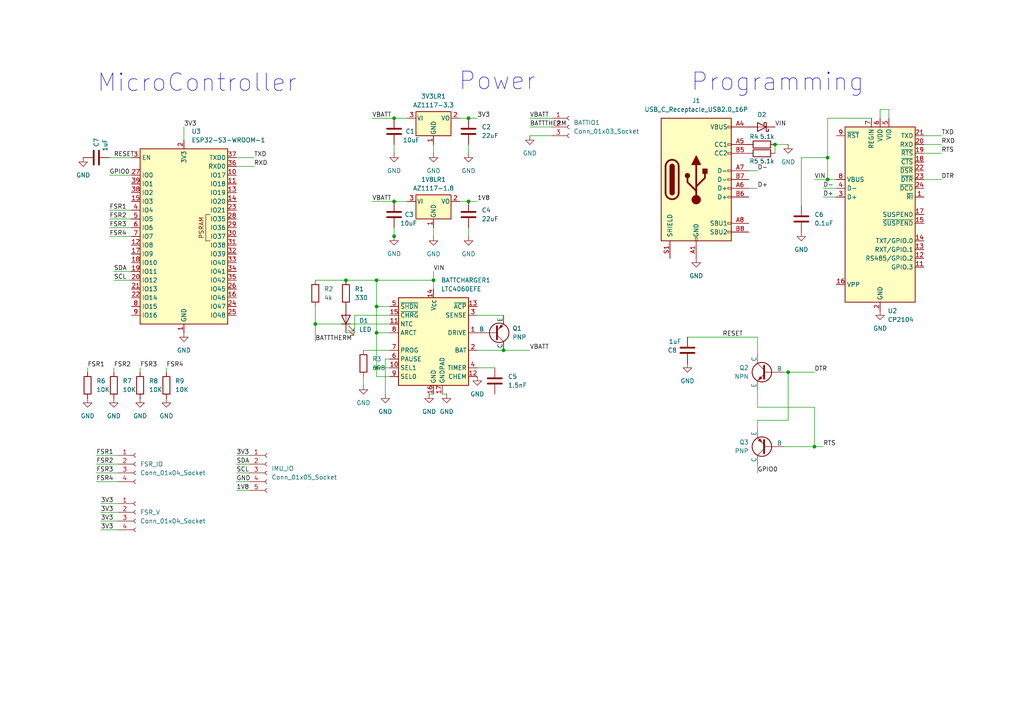
<source format=kicad_sch>
(kicad_sch (version 20231120) (generator "eeschema") (generator_version "8.0")
  (paper "A4")
  (lib_symbols
    (symbol "Battery_Management:LTC4060EFE"
      (property "Reference" "U" (at -8.382 13.97 0))
      (property "Value" "LTC4060EFE" (at 1.524 13.97 0))
      (symbol "LTC4060EFE_0_1"
        (rectangle (start -10.16 12.7) (end 10.16 -12.7) (stroke (width 0.254)) (fill (type background)))
      )
      (symbol "LTC4060EFE_1_1"
        (pin output line (at 12.7 2.54 180) (length 2.54) (name "DRIVE") (number "1"))
        (pin input line (at -12.7 -7.62 0) (length 2.54) (name "SEL1") (number "10"))
        (pin input line (at -12.7 5.08 0) (length 2.54) (name "NTC") (number "11"))
        (pin input line (at 12.7 -10.16 180) (length 2.54) (name "CHEM") (number "12"))
        (pin open_collector line (at 12.7 10.16 180) (length 2.54) (name "~{ACP}") (number "13"))
        (pin power_in line (at 0 15.24 270) (length 2.54) (name "V_{CC}") (number "14"))
        (pin open_collector line (at -12.7 7.62 0) (length 2.54) (name "~{CHRG}") (number "15"))
        (pin power_in line (at 0 -15.24 90) (length 2.54) (name "GND") (number "16"))
        (pin power_in line (at 2.54 -15.24 90) (length 2.54) (name "GNDPAD") (number "17"))
        (pin input line (at 12.7 -2.54 180) (length 2.54) (name "BAT") (number "2"))
        (pin input line (at 12.7 7.62 180) (length 2.54) (name "SENSE") (number "3"))
        (pin input line (at 12.7 -7.62 180) (length 2.54) (name "TIMER") (number "4"))
        (pin input line (at -12.7 10.16 0) (length 2.54) (name "~{SHDN}") (number "5"))
        (pin input line (at -12.7 -5.08 0) (length 2.54) (name "PAUSE") (number "6"))
        (pin input line (at -12.7 -2.54 0) (length 2.54) (name "PROG") (number "7"))
        (pin input line (at -12.7 2.54 0) (length 2.54) (name "ARCT") (number "8"))
        (pin input line (at -12.7 -10.16 0) (length 2.54) (name "SEL0") (number "9"))
      )
    )
    (symbol "Connector:Conn_01x03_Socket" (pin_names (offset 1.016) hide)
      (property "Reference" "J" (at 0 5.08 0))
      (property "Value" "Conn_01x03_Socket" (at 0 -5.08 0))
      (symbol "Conn_01x03_Socket_1_1"
        (arc (start 0 -2.032) (mid -0.5058 -2.54) (end 0 -3.048) (stroke (width 0.1524)))
        (polyline (pts (xy -1.27 -2.54) (xy -0.508 -2.54)) (stroke (width 0.1524)))
        (polyline (pts (xy -1.27 0) (xy -0.508 0)) (stroke (width 0.1524)))
        (polyline (pts (xy -1.27 2.54) (xy -0.508 2.54)) (stroke (width 0.1524)))
        (arc (start 0 0.508) (mid -0.5058 0) (end 0 -0.508) (stroke (width 0.1524)))
        (arc (start 0 3.048) (mid -0.5058 2.54) (end 0 2.032) (stroke (width 0.1524)))
        (pin passive line (at -5.08 2.54 0) (length 3.81) (name "Pin_1") (number "1"))
        (pin passive line (at -5.08 0 0) (length 3.81) (name "Pin_2") (number "2"))
        (pin passive line (at -5.08 -2.54 0) (length 3.81) (name "Pin_3") (number "3"))
      )
    )
    (symbol "Connector:Conn_01x04_Socket" (pin_names (offset 1.016) hide)
      (property "Reference" "J" (at 0 5.08 0))
      (property "Value" "Conn_01x04_Socket" (at 0 -7.62 0))
      (symbol "Conn_01x04_Socket_1_1"
        (arc (start 0 -4.572) (mid -0.5058 -5.08) (end 0 -5.588) (stroke (width 0.1524)))
        (arc (start 0 -2.032) (mid -0.5058 -2.54) (end 0 -3.048) (stroke (width 0.1524)))
        (polyline (pts (xy -1.27 -5.08) (xy -0.508 -5.08)) (stroke (width 0.1524)))
        (polyline (pts (xy -1.27 -2.54) (xy -0.508 -2.54)) (stroke (width 0.1524)))
        (polyline (pts (xy -1.27 0) (xy -0.508 0)) (stroke (width 0.1524)))
        (polyline (pts (xy -1.27 2.54) (xy -0.508 2.54)) (stroke (width 0.1524)))
        (arc (start 0 0.508) (mid -0.5058 0) (end 0 -0.508) (stroke (width 0.1524)))
        (arc (start 0 3.048) (mid -0.5058 2.54) (end 0 2.032) (stroke (width 0.1524)))
        (pin passive line (at -5.08 2.54 0) (length 3.81) (name "Pin_1") (number "1"))
        (pin passive line (at -5.08 0 0) (length 3.81) (name "Pin_2") (number "2"))
        (pin passive line (at -5.08 -2.54 0) (length 3.81) (name "Pin_3") (number "3"))
        (pin passive line (at -5.08 -5.08 0) (length 3.81) (name "Pin_4") (number "4"))
      )
    )
    (symbol "Connector:Conn_01x05_Socket" (pin_names (offset 1.016) hide)
      (property "Reference" "J" (at 0 7.62 0))
      (property "Value" "Conn_01x05_Socket" (at 0 -7.62 0))
      (symbol "Conn_01x05_Socket_1_1"
        (arc (start 0 -4.572) (mid -0.5058 -5.08) (end 0 -5.588) (stroke (width 0.1524)))
        (arc (start 0 -2.032) (mid -0.5058 -2.54) (end 0 -3.048) (stroke (width 0.1524)))
        (polyline (pts (xy -1.27 -5.08) (xy -0.508 -5.08)) (stroke (width 0.1524)))
        (polyline (pts (xy -1.27 -2.54) (xy -0.508 -2.54)) (stroke (width 0.1524)))
        (polyline (pts (xy -1.27 0) (xy -0.508 0)) (stroke (width 0.1524)))
        (polyline (pts (xy -1.27 2.54) (xy -0.508 2.54)) (stroke (width 0.1524)))
        (polyline (pts (xy -1.27 5.08) (xy -0.508 5.08)) (stroke (width 0.1524)))
        (arc (start 0 0.508) (mid -0.5058 0) (end 0 -0.508) (stroke (width 0.1524)))
        (arc (start 0 3.048) (mid -0.5058 2.54) (end 0 2.032) (stroke (width 0.1524)))
        (arc (start 0 5.588) (mid -0.5058 5.08) (end 0 4.572) (stroke (width 0.1524)))
        (pin passive line (at -5.08 5.08 0) (length 3.81) (name "Pin_1") (number "1"))
        (pin passive line (at -5.08 2.54 0) (length 3.81) (name "Pin_2") (number "2"))
        (pin passive line (at -5.08 0 0) (length 3.81) (name "Pin_3") (number "3"))
        (pin passive line (at -5.08 -2.54 0) (length 3.81) (name "Pin_4") (number "4"))
        (pin passive line (at -5.08 -5.08 0) (length 3.81) (name "Pin_5") (number "5"))
      )
    )
    (symbol "Connector:USB_C_Receptacle_USB2.0_16P" (pin_names (offset 1.016))
      (property "Reference" "J" (at 0 22.225 0))
      (property "Value" "USB_C_Receptacle_USB2.0_16P" (at 0 19.685 0))
      (symbol "USB_C_Receptacle_USB2.0_16P_0_0"
        (rectangle (start -0.254 -17.78) (end 0.254 -16.764))
        (rectangle (start 10.16 -14.986) (end 9.144 -15.494))
        (rectangle (start 10.16 -12.446) (end 9.144 -12.954))
        (rectangle (start 10.16 -4.826) (end 9.144 -5.334))
        (rectangle (start 10.16 -2.286) (end 9.144 -2.794))
        (rectangle (start 10.16 0.254) (end 9.144 -0.254))
        (rectangle (start 10.16 2.794) (end 9.144 2.286))
        (rectangle (start 10.16 7.874) (end 9.144 7.366))
        (rectangle (start 10.16 10.414) (end 9.144 9.906))
        (rectangle (start 10.16 15.494) (end 9.144 14.986))
      )
      (symbol "USB_C_Receptacle_USB2.0_16P_0_1"
        (rectangle (start -10.16 17.78) (end 10.16 -17.78) (stroke (width 0.254)) (fill (type background)))
        (arc (start -8.89 -3.81) (mid -6.985 -5.7067) (end -5.08 -3.81) (stroke (width 0.508)))
        (arc (start -7.62 -3.81) (mid -6.985 -4.4423) (end -6.35 -3.81) (stroke (width 0.254)))
        (arc (start -7.62 -3.81) (mid -6.985 -4.4423) (end -6.35 -3.81) (stroke (width 0.254)) (fill (type outline)))
        (rectangle (start -7.62 -3.81) (end -6.35 3.81) (stroke (width 0.254)) (fill (type outline)))
        (arc (start -6.35 3.81) (mid -6.985 4.4423) (end -7.62 3.81) (stroke (width 0.254)))
        (arc (start -6.35 3.81) (mid -6.985 4.4423) (end -7.62 3.81) (stroke (width 0.254)) (fill (type outline)))
        (arc (start -5.08 3.81) (mid -6.985 5.7067) (end -8.89 3.81) (stroke (width 0.508)))
        (circle (center -2.54 1.143) (radius 0.635) (stroke (width 0.254)) (fill (type outline)))
        (circle (center 0 -5.842) (radius 1.27) (fill (type outline)))
        (polyline (pts (xy -8.89 -3.81) (xy -8.89 3.81)) (stroke (width 0.508)))
        (polyline (pts (xy -5.08 3.81) (xy -5.08 -3.81)) (stroke (width 0.508)))
        (polyline (pts (xy 0 -5.842) (xy 0 4.318)) (stroke (width 0.508)))
        (polyline (pts (xy 0 -3.302) (xy -2.54 -0.762) (xy -2.54 0.508)) (stroke (width 0.508)))
        (polyline (pts (xy 0 -2.032) (xy 2.54 0.508) (xy 2.54 1.778)) (stroke (width 0.508)))
        (polyline (pts (xy -1.27 4.318) (xy 0 6.858) (xy 1.27 4.318) (xy -1.27 4.318)) (stroke (width 0.254)) (fill (type outline)))
        (rectangle (start 1.905 1.778) (end 3.175 3.048) (stroke (width 0.254)) (fill (type outline)))
      )
      (symbol "USB_C_Receptacle_USB2.0_16P_1_1"
        (pin passive line (at 0 -22.86 90) (length 5.08) (name "GND") (number "A1"))
        (pin passive line (at 0 -22.86 90) (length 5.08) hide (name "GND") (number "A12"))
        (pin passive line (at 15.24 15.24 180) (length 5.08) (name "VBUS") (number "A4"))
        (pin bidirectional line (at 15.24 10.16 180) (length 5.08) (name "CC1") (number "A5"))
        (pin bidirectional line (at 15.24 -2.54 180) (length 5.08) (name "D+") (number "A6"))
        (pin bidirectional line (at 15.24 2.54 180) (length 5.08) (name "D-") (number "A7"))
        (pin bidirectional line (at 15.24 -12.7 180) (length 5.08) (name "SBU1") (number "A8"))
        (pin passive line (at 15.24 15.24 180) (length 5.08) hide (name "VBUS") (number "A9"))
        (pin passive line (at 0 -22.86 90) (length 5.08) hide (name "GND") (number "B1"))
        (pin passive line (at 0 -22.86 90) (length 5.08) hide (name "GND") (number "B12"))
        (pin passive line (at 15.24 15.24 180) (length 5.08) hide (name "VBUS") (number "B4"))
        (pin bidirectional line (at 15.24 7.62 180) (length 5.08) (name "CC2") (number "B5"))
        (pin bidirectional line (at 15.24 -5.08 180) (length 5.08) (name "D+") (number "B6"))
        (pin bidirectional line (at 15.24 0 180) (length 5.08) (name "D-") (number "B7"))
        (pin bidirectional line (at 15.24 -15.24 180) (length 5.08) (name "SBU2") (number "B8"))
        (pin passive line (at 15.24 15.24 180) (length 5.08) hide (name "VBUS") (number "B9"))
        (pin passive line (at -7.62 -22.86 90) (length 5.08) (name "SHIELD") (number "S1"))
      )
    )
    (symbol "Device:C" (pin_numbers hide) (pin_names (offset 0.254))
      (property "Reference" "C" (at 0.635 2.54 0))
      (property "Value" "C" (at 0.635 -2.54 0))
      (symbol "C_0_1"
        (polyline (pts (xy -2.032 -0.762) (xy 2.032 -0.762)) (stroke (width 0.508)))
        (polyline (pts (xy -2.032 0.762) (xy 2.032 0.762)) (stroke (width 0.508)))
      )
      (symbol "C_1_1"
        (pin passive line (at 0 3.81 270) (length 2.794) (name "~") (number "1"))
        (pin passive line (at 0 -3.81 90) (length 2.794) (name "~") (number "2"))
      )
    )
    (symbol "Device:D_Schottky" (pin_numbers hide) (pin_names (offset 1.016) hide)
      (property "Reference" "D" (at 0 2.54 0))
      (property "Value" "D_Schottky" (at 0 -2.54 0))
      (symbol "D_Schottky_0_1"
        (polyline (pts (xy 1.27 0) (xy -1.27 0)))
        (polyline (pts (xy 1.27 1.27) (xy 1.27 -1.27) (xy -1.27 0) (xy 1.27 1.27)) (stroke (width 0.254)))
        (polyline (pts (xy -1.905 0.635) (xy -1.905 1.27) (xy -1.27 1.27) (xy -1.27 -1.27) (xy -0.635 -1.27) (xy -0.635 -0.635)) (stroke (width 0.254)))
      )
      (symbol "D_Schottky_1_1"
        (pin passive line (at -3.81 0 0) (length 2.54) (name "K") (number "1"))
        (pin passive line (at 3.81 0 180) (length 2.54) (name "A") (number "2"))
      )
    )
    (symbol "Device:LED" (pin_numbers hide) (pin_names (offset 1.016) hide)
      (property "Reference" "D" (at 0 2.54 0))
      (property "Value" "LED" (at 0 -2.54 0))
      (symbol "LED_0_1"
        (polyline (pts (xy -1.27 -1.27) (xy -1.27 1.27)) (stroke (width 0.254)))
        (polyline (pts (xy -1.27 0) (xy 1.27 0)))
        (polyline (pts (xy 1.27 -1.27) (xy 1.27 1.27) (xy -1.27 0) (xy 1.27 -1.27)) (stroke (width 0.254)))
        (polyline (pts (xy -3.048 -0.762) (xy -4.572 -2.286) (xy -3.81 -2.286) (xy -4.572 -2.286) (xy -4.572 -1.524)))
        (polyline (pts (xy -1.778 -0.762) (xy -3.302 -2.286) (xy -2.54 -2.286) (xy -3.302 -2.286) (xy -3.302 -1.524)))
      )
      (symbol "LED_1_1"
        (pin passive line (at -3.81 0 0) (length 2.54) (name "K") (number "1"))
        (pin passive line (at 3.81 0 180) (length 2.54) (name "A") (number "2"))
      )
    )
    (symbol "Device:R" (pin_numbers hide) (pin_names (offset 0))
      (property "Reference" "R" (at 2.032 0 90))
      (property "Value" "R" (at 0 0 90))
      (symbol "R_0_1"
        (rectangle (start -1.016 -2.54) (end 1.016 2.54) (stroke (width 0.254)))
      )
      (symbol "R_1_1"
        (pin passive line (at 0 3.81 270) (length 1.27) (name "~") (number "1"))
        (pin passive line (at 0 -3.81 90) (length 1.27) (name "~") (number "2"))
      )
    )
    (symbol "Interface_USB:CP2104"
      (property "Reference" "U" (at -5.08 28.575 0))
      (property "Value" "CP2104" (at -5.08 26.67 0))
      (symbol "CP2104_1_1"
        (rectangle (start -10.16 25.4) (end 10.16 -25.4) (stroke (width 0.254)) (fill (type background)))
        (pin input line (at 12.7 5.08 180) (length 2.54) (name "~{RI}") (number "1"))
        (pin no_connect line (at 10.16 -20.32 180) (length 2.54) hide (name "NC") (number "10"))
        (pin bidirectional line (at 12.7 -15.24 180) (length 2.54) (name "GPIO.3") (number "11"))
        (pin bidirectional line (at 12.7 -12.7 180) (length 2.54) (name "RS485/GPIO.2") (number "12"))
        (pin bidirectional line (at 12.7 -10.16 180) (length 2.54) (name "RXT/GPIO.1") (number "13"))
        (pin bidirectional line (at 12.7 -7.62 180) (length 2.54) (name "TXT/GPIO.0") (number "14"))
        (pin output line (at 12.7 -2.54 180) (length 2.54) (name "~{SUSPEND}") (number "15"))
        (pin passive line (at -12.7 -20.32 0) (length 2.54) (name "VPP") (number "16"))
        (pin output line (at 12.7 0 180) (length 2.54) (name "SUSPEND") (number "17"))
        (pin input line (at 12.7 15.24 180) (length 2.54) (name "~{CTS}") (number "18"))
        (pin output line (at 12.7 17.78 180) (length 2.54) (name "~{RTS}") (number "19"))
        (pin power_in line (at 0 -27.94 90) (length 2.54) (name "GND") (number "2"))
        (pin input line (at 12.7 20.32 180) (length 2.54) (name "RXD") (number "20"))
        (pin output line (at 12.7 22.86 180) (length 2.54) (name "TXD") (number "21"))
        (pin input line (at 12.7 12.7 180) (length 2.54) (name "~{DSR}") (number "22"))
        (pin output line (at 12.7 10.16 180) (length 2.54) (name "~{DTR}") (number "23"))
        (pin input line (at 12.7 7.62 180) (length 2.54) (name "~{DCD}") (number "24"))
        (pin passive line (at 0 -27.94 90) (length 2.54) hide (name "GND") (number "25"))
        (pin bidirectional line (at -12.7 5.08 0) (length 2.54) (name "D+") (number "3"))
        (pin bidirectional line (at -12.7 7.62 0) (length 2.54) (name "D-") (number "4"))
        (pin power_in line (at 2.54 27.94 270) (length 2.54) (name "VIO") (number "5"))
        (pin power_in line (at 0 27.94 270) (length 2.54) (name "VDD") (number "6"))
        (pin power_in line (at -2.54 27.94 270) (length 2.54) (name "REGIN") (number "7"))
        (pin input line (at -12.7 10.16 0) (length 2.54) (name "VBUS") (number "8"))
        (pin bidirectional line (at -12.7 22.86 0) (length 2.54) (name "~{RST}") (number "9"))
      )
    )
    (symbol "RF_Module:ESP32-S3-WROOM-1"
      (property "Reference" "U" (at -12.7 26.67 0))
      (property "Value" "ESP32-S3-WROOM-1" (at 12.7 26.67 0))
      (symbol "ESP32-S3-WROOM-1_0_0"
        (rectangle (start -12.7 25.4) (end 12.7 -25.4) (stroke (width 0.254)) (fill (type background)))
        (text "PSRAM" (at 5.08 2.54 900) (effects (font (size 1.27 1.27))))
      )
      (symbol "ESP32-S3-WROOM-1_0_1"
        (polyline (pts (xy 7.62 -1.27) (xy 6.35 -1.27) (xy 6.35 6.35) (xy 7.62 6.35)))
      )
      (symbol "ESP32-S3-WROOM-1_1_1"
        (pin power_in line (at 0 -27.94 90) (length 2.54) (name "GND") (number "1"))
        (pin bidirectional line (at 15.24 17.78 180) (length 2.54) (name "IO17") (number "10"))
        (pin bidirectional line (at 15.24 15.24 180) (length 2.54) (name "IO18") (number "11"))
        (pin bidirectional line (at -15.24 -2.54 0) (length 2.54) (name "IO8") (number "12"))
        (pin bidirectional line (at 15.24 12.7 180) (length 2.54) (name "IO19") (number "13"))
        (pin bidirectional line (at 15.24 10.16 180) (length 2.54) (name "IO20") (number "14"))
        (pin bidirectional line (at -15.24 10.16 0) (length 2.54) (name "IO3") (number "15"))
        (pin bidirectional line (at 15.24 -17.78 180) (length 2.54) (name "IO46") (number "16"))
        (pin bidirectional line (at -15.24 -5.08 0) (length 2.54) (name "IO9") (number "17"))
        (pin bidirectional line (at -15.24 -7.62 0) (length 2.54) (name "IO10") (number "18"))
        (pin bidirectional line (at -15.24 -10.16 0) (length 2.54) (name "IO11") (number "19"))
        (pin power_in line (at 0 27.94 270) (length 2.54) (name "3V3") (number "2"))
        (pin bidirectional line (at -15.24 -12.7 0) (length 2.54) (name "IO12") (number "20"))
        (pin bidirectional line (at -15.24 -15.24 0) (length 2.54) (name "IO13") (number "21"))
        (pin bidirectional line (at -15.24 -17.78 0) (length 2.54) (name "IO14") (number "22"))
        (pin bidirectional line (at 15.24 7.62 180) (length 2.54) (name "IO21") (number "23"))
        (pin bidirectional line (at 15.24 -20.32 180) (length 2.54) (name "IO47") (number "24"))
        (pin bidirectional line (at 15.24 -22.86 180) (length 2.54) (name "IO48") (number "25"))
        (pin bidirectional line (at 15.24 -15.24 180) (length 2.54) (name "IO45") (number "26"))
        (pin bidirectional line (at -15.24 17.78 0) (length 2.54) (name "IO0") (number "27"))
        (pin bidirectional line (at 15.24 5.08 180) (length 2.54) (name "IO35") (number "28"))
        (pin bidirectional line (at 15.24 2.54 180) (length 2.54) (name "IO36") (number "29"))
        (pin input line (at -15.24 22.86 0) (length 2.54) (name "EN") (number "3"))
        (pin bidirectional line (at 15.24 0 180) (length 2.54) (name "IO37") (number "30"))
        (pin bidirectional line (at 15.24 -2.54 180) (length 2.54) (name "IO38") (number "31"))
        (pin bidirectional line (at 15.24 -5.08 180) (length 2.54) (name "IO39") (number "32"))
        (pin bidirectional line (at 15.24 -7.62 180) (length 2.54) (name "IO40") (number "33"))
        (pin bidirectional line (at 15.24 -10.16 180) (length 2.54) (name "IO41") (number "34"))
        (pin bidirectional line (at 15.24 -12.7 180) (length 2.54) (name "IO42") (number "35"))
        (pin bidirectional line (at 15.24 20.32 180) (length 2.54) (name "RXD0") (number "36"))
        (pin bidirectional line (at 15.24 22.86 180) (length 2.54) (name "TXD0") (number "37"))
        (pin bidirectional line (at -15.24 12.7 0) (length 2.54) (name "IO2") (number "38"))
        (pin bidirectional line (at -15.24 15.24 0) (length 2.54) (name "IO1") (number "39"))
        (pin bidirectional line (at -15.24 7.62 0) (length 2.54) (name "IO4") (number "4"))
        (pin passive line (at 0 -27.94 90) (length 2.54) hide (name "GND") (number "40"))
        (pin passive line (at 0 -27.94 90) (length 2.54) hide (name "GND") (number "41"))
        (pin bidirectional line (at -15.24 5.08 0) (length 2.54) (name "IO5") (number "5"))
        (pin bidirectional line (at -15.24 2.54 0) (length 2.54) (name "IO6") (number "6"))
        (pin bidirectional line (at -15.24 0 0) (length 2.54) (name "IO7") (number "7"))
        (pin bidirectional line (at -15.24 -20.32 0) (length 2.54) (name "IO15") (number "8"))
        (pin bidirectional line (at -15.24 -22.86 0) (length 2.54) (name "IO16") (number "9"))
      )
    )
    (symbol "Regulator_Linear:AZ1117-1.8" (pin_names (offset 0.254))
      (property "Reference" "U" (at -3.81 3.175 0))
      (property "Value" "AZ1117-1.8" (at 0 3.175 0))
      (symbol "AZ1117-1.8_0_1"
        (rectangle (start -5.08 1.905) (end 5.08 -5.08) (stroke (width 0.254)) (fill (type background)))
      )
      (symbol "AZ1117-1.8_1_1"
        (pin power_in line (at 0 -7.62 90) (length 2.54) (name "GND") (number "1"))
        (pin power_out line (at 7.62 0 180) (length 2.54) (name "VO") (number "2"))
        (pin power_in line (at -7.62 0 0) (length 2.54) (name "VI") (number "3"))
      )
    )
    (symbol "Regulator_Linear:AZ1117-3.3" (pin_names (offset 0.254))
      (property "Reference" "U" (at -3.81 3.175 0))
      (property "Value" "AZ1117-3.3" (at 0 3.175 0))
      (symbol "AZ1117-3.3_0_1"
        (rectangle (start -5.08 1.905) (end 5.08 -5.08) (stroke (width 0.254)) (fill (type background)))
      )
      (symbol "AZ1117-3.3_1_1"
        (pin power_in line (at 0 -7.62 90) (length 2.54) (name "GND") (number "1"))
        (pin power_out line (at 7.62 0 180) (length 2.54) (name "VO") (number "2"))
        (pin power_in line (at -7.62 0 0) (length 2.54) (name "VI") (number "3"))
      )
    )
    (symbol "Sensor_Motion:ICM-20948"
      (property "Reference" "U" (at -11.43 16.51 0))
      (property "Value" "ICM-20948" (at 7.62 -16.51 0))
      (symbol "ICM-20948_0_1"
        (rectangle (start -10.16 15.24) (end 10.16 -15.24) (stroke (width 0.254)) (fill (type background)))
      )
      (symbol "ICM-20948_1_1"
        (pin no_connect line (at -10.16 12.7 0) (length 2.54) hide (name "NC") (number "1"))
        (pin passive line (at 12.7 -5.08 180) (length 2.54) (name "REGOUT") (number "10"))
        (pin input line (at -12.7 -5.08 0) (length 2.54) (name "FSYNC") (number "11"))
        (pin output line (at -12.7 -7.62 0) (length 2.54) (name "INT1") (number "12"))
        (pin power_in line (at 2.54 17.78 270) (length 2.54) (name "VDD") (number "13"))
        (pin no_connect line (at 10.16 7.62 180) (length 2.54) hide (name "NC") (number "14"))
        (pin no_connect line (at 10.16 5.08 180) (length 2.54) hide (name "NC") (number "15"))
        (pin no_connect line (at 10.16 -7.62 180) (length 2.54) hide (name "NC") (number "16"))
        (pin no_connect line (at 10.16 -10.16 180) (length 2.54) hide (name "NC") (number "17"))
        (pin power_in line (at 0 -17.78 90) (length 2.54) (name "GND") (number "18"))
        (pin no_connect line (at 10.16 -12.7 180) (length 2.54) hide (name "RESV") (number "19"))
        (pin no_connect line (at -10.16 10.16 0) (length 2.54) hide (name "NC") (number "2"))
        (pin passive line (at 0 -17.78 90) (length 2.54) hide (name "GND") (number "20"))
        (pin bidirectional line (at 12.7 2.54 180) (length 2.54) (name "AUX_DA") (number "21"))
        (pin input line (at -12.7 0 0) (length 2.54) (name "~{CS}") (number "22"))
        (pin input line (at -12.7 2.54 0) (length 2.54) (name "SCL/SCLK") (number "23"))
        (pin bidirectional line (at -12.7 5.08 0) (length 2.54) (name "SDA/SDI") (number "24"))
        (pin no_connect line (at -10.16 -2.54 0) (length 2.54) hide (name "NC") (number "3"))
        (pin no_connect line (at -10.16 -10.16 0) (length 2.54) hide (name "NC") (number "4"))
        (pin no_connect line (at -10.16 -12.7 0) (length 2.54) hide (name "NC") (number "5"))
        (pin no_connect line (at 10.16 10.16 180) (length 2.54) hide (name "NC") (number "6"))
        (pin output line (at 12.7 0 180) (length 2.54) (name "AUX_CL") (number "7"))
        (pin power_in line (at -2.54 17.78 270) (length 2.54) (name "VDDIO") (number "8"))
        (pin bidirectional line (at -12.7 7.62 0) (length 2.54) (name "SDO/AD0") (number "9"))
      )
    )
    (symbol "Simulation_SPICE:NPN" (pin_numbers hide) (pin_names (offset 0))
      (property "Reference" "Q" (at -2.54 7.62 0))
      (property "Value" "NPN" (at -2.54 5.08 0))
      (symbol "NPN_0_1"
        (polyline (pts (xy -2.54 0) (xy 0.635 0)) (stroke (width 0.1524)))
        (polyline (pts (xy 0.635 0.635) (xy 2.54 2.54)))
        (polyline (pts (xy 2.794 -1.27) (xy 2.794 -1.27)) (stroke (width 0.1524)))
        (polyline (pts (xy 2.794 -1.27) (xy 2.794 -1.27)) (stroke (width 0.1524)))
        (polyline (pts (xy 0.635 -0.635) (xy 2.54 -2.54) (xy 2.54 -2.54)))
        (polyline (pts (xy 0.635 1.905) (xy 0.635 -1.905) (xy 0.635 -1.905)) (stroke (width 0.508)))
        (polyline (pts (xy 1.27 -1.778) (xy 1.778 -1.27) (xy 2.286 -2.286) (xy 1.27 -1.778) (xy 1.27 -1.778)) (fill (type outline)))
        (circle (center 1.27 0) (radius 2.8194) (stroke (width 0.254)))
      )
      (symbol "NPN_1_1"
        (pin open_collector line (at 2.54 5.08 270) (length 2.54) (name "C") (number "1"))
        (pin input line (at -5.08 0 0) (length 2.54) (name "B") (number "2"))
        (pin open_emitter line (at 2.54 -5.08 90) (length 2.54) (name "E") (number "3"))
      )
    )
    (symbol "Simulation_SPICE:PNP" (pin_numbers hide) (pin_names (offset 0))
      (property "Reference" "Q" (at -2.54 7.62 0))
      (property "Value" "PNP" (at -2.54 5.08 0))
      (symbol "PNP_0_1"
        (polyline (pts (xy -2.54 0) (xy 0.635 0)) (stroke (width 0.1524)))
        (polyline (pts (xy 0.635 0.635) (xy 2.54 2.54)))
        (polyline (pts (xy 0.635 -0.635) (xy 2.54 -2.54) (xy 2.54 -2.54)))
        (polyline (pts (xy 0.635 1.905) (xy 0.635 -1.905) (xy 0.635 -1.905)) (stroke (width 0.508)))
        (polyline (pts (xy 2.286 -1.778) (xy 1.778 -2.286) (xy 1.27 -1.27) (xy 2.286 -1.778) (xy 2.286 -1.778)) (fill (type outline)))
        (circle (center 1.27 0) (radius 2.8194) (stroke (width 0.254)))
      )
      (symbol "PNP_1_1"
        (pin open_collector line (at 2.54 5.08 270) (length 2.54) (name "C") (number "1"))
        (pin input line (at -5.08 0 0) (length 2.54) (name "B") (number "2"))
        (pin open_emitter line (at 2.54 -5.08 90) (length 2.54) (name "E") (number "3"))
      )
    )
    (symbol "power:GND" (power) (pin_numbers hide) (pin_names (offset 0) hide)
      (property "Value" "GND" (at 0 -3.81 0))
      (symbol "GND_0_1"
        (polyline (pts (xy 0 0) (xy 0 -1.27) (xy 1.27 -1.27) (xy 0 -2.54) (xy -1.27 -1.27) (xy 0 -1.27)))
      )
      (symbol "GND_1_1"
        (pin power_in line (at 0 0 270) (length 0) (name "~") (number "1"))
      )
    )
  )
  (junction (at 109.22 106.68))
  (junction (at 114.3 58.42))
  (junction (at 91.44 93.98))
  (junction (at 240.03 45.72))
  (junction (at 114.3 34.29))
  (junction (at 109.22 96.52))
  (junction (at 100.33 81.28))
  (junction (at 449.58 20.32))
  (junction (at 236.22 129.54))
  (junction (at 125.73 81.28))
  (junction (at 135.89 34.29))
  (junction (at 146.05 101.6))
  (junction (at 444.5 20.32))
  (junction (at 114.3 68.5182))
  (junction (at 135.89 58.42))
  (junction (at 228.6 107.95))
  (junction (at 109.22 88.9))
  (junction (at 109.22 81.28))
  (junction (at 224.79 41.91))
  (junction (at 240.03 52.07))
  (wire (pts (xy 102.87 96.52) (xy 102.87 91.44)))
  (wire (pts (xy 228.6 121.92) (xy 228.6 107.95)))
  (wire (pts (xy 228.6 107.95) (xy 236.22 107.95)))
  (wire (pts (xy 107.95 58.42) (xy 114.3 58.42)))
  (wire (pts (xy 109.22 106.68) (xy 109.22 109.22)))
  (wire (pts (xy 240.03 45.72) (xy 240.03 52.07)))
  (wire (pts (xy 138.43 101.6) (xy 146.05 101.6)))
  (wire (pts (xy 135.89 34.29) (xy 138.43 34.29)))
  (wire (pts (xy 27.94 137.16) (xy 34.29 137.16)))
  (wire (pts (xy 133.35 34.29) (xy 135.89 34.29)))
  (wire (pts (xy 107.95 34.29) (xy 114.3 34.29)))
  (wire (pts (xy 68.58 45.72) (xy 73.66 45.72)))
  (wire (pts (xy 433.07 20.32) (xy 436.88 20.32)))
  (wire (pts (xy 91.44 88.9) (xy 91.44 93.98)))
  (wire (pts (xy 217.17 54.61) (xy 219.71 54.61)))
  (wire (pts (xy 109.22 106.68) (xy 113.03 106.68)))
  (wire (pts (xy 27.94 132.08) (xy 34.29 132.08)))
  (wire (pts (xy 444.5 20.32) (xy 444.5 22.86)))
  (wire (pts (xy 125.73 41.91) (xy 125.73 44.45)))
  (wire (pts (xy 29.21 148.59) (xy 34.29 148.59)))
  (wire (pts (xy 224.79 41.91) (xy 228.6 41.91)))
  (wire (pts (xy 109.22 81.28) (xy 109.22 88.9)))
  (wire (pts (xy 91.44 93.98) (xy 113.03 93.98)))
  (wire (pts (xy 255.27 31.75) (xy 257.81 31.75)))
  (wire (pts (xy 125.73 66.04) (xy 125.73 68.58)))
  (wire (pts (xy 100.33 96.52) (xy 102.87 96.52)))
  (wire (pts (xy 153.67 39.37) (xy 160.02 39.37)))
  (wire (pts (xy 113.03 104.14) (xy 111.76 104.14)))
  (wire (pts (xy 219.71 134.62) (xy 219.71 137.16)))
  (wire (pts (xy 27.94 134.62) (xy 34.29 134.62)))
  (wire (pts (xy 114.3 68.5182) (xy 114.3 66.04)))
  (wire (pts (xy 138.43 91.44) (xy 146.05 91.44)))
  (wire (pts (xy 429.26 38.1) (xy 434.34 38.1)))
  (wire (pts (xy 102.87 91.44) (xy 113.03 91.44)))
  (wire (pts (xy 267.97 39.37) (xy 273.05 39.37)))
  (wire (pts (xy 114.3 34.29) (xy 118.11 34.29)))
  (wire (pts (xy 68.58 48.26) (xy 73.66 48.26)))
  (wire (pts (xy 238.76 54.61) (xy 242.57 54.61)))
  (wire (pts (xy 459.74 45.72) (xy 464.82 45.72)))
  (wire (pts (xy 227.33 107.95) (xy 228.6 107.95)))
  (wire (pts (xy 257.81 31.75) (xy 257.81 34.29)))
  (wire (pts (xy 114.3 58.42) (xy 118.11 58.42)))
  (wire (pts (xy 40.64 106.68) (xy 40.64 107.95)))
  (wire (pts (xy 109.22 88.9) (xy 113.03 88.9)))
  (wire (pts (xy 31.75 50.8) (xy 38.1 50.8)))
  (wire (pts (xy 429.26 35.56) (xy 434.34 35.56)))
  (wire (pts (xy 29.21 153.67) (xy 34.29 153.67)))
  (wire (pts (xy 153.67 34.29) (xy 160.02 34.29)))
  (wire (pts (xy 133.35 58.42) (xy 135.89 58.42)))
  (wire (pts (xy 109.22 96.52) (xy 109.22 106.68)))
  (wire (pts (xy 105.41 101.6) (xy 113.03 101.6)))
  (wire (pts (xy 33.02 78.74) (xy 38.1 78.74)))
  (wire (pts (xy 252.73 34.29) (xy 240.03 34.29)))
  (wire (pts (xy 25.4 106.68) (xy 25.4 107.95)))
  (wire (pts (xy 72.39 132.08) (xy 68.58 132.08)))
  (wire (pts (xy 31.75 60.96) (xy 38.1 60.96)))
  (wire (pts (xy 444.5 19.05) (xy 444.5 20.32)))
  (wire (pts (xy 227.33 129.54) (xy 236.22 129.54)))
  (wire (pts (xy 29.21 151.13) (xy 34.29 151.13)))
  (wire (pts (xy 219.71 124.46) (xy 219.71 121.92)))
  (wire (pts (xy 48.26 106.68) (xy 48.26 107.95)))
  (wire (pts (xy 232.41 45.72) (xy 240.03 45.72)))
  (wire (pts (xy 255.27 34.29) (xy 255.27 31.75)))
  (wire (pts (xy 125.73 83.82) (xy 125.73 81.28)))
  (wire (pts (xy 449.58 20.32) (xy 453.39 20.32)))
  (wire (pts (xy 199.39 97.79) (xy 219.71 97.79)))
  (wire (pts (xy 33.02 106.68) (xy 33.02 107.95)))
  (wire (pts (xy 72.39 137.16) (xy 68.58 137.16)))
  (wire (pts (xy 109.22 109.22) (xy 113.03 109.22)))
  (wire (pts (xy 267.97 52.07) (xy 273.05 52.07)))
  (wire (pts (xy 125.73 81.28) (xy 109.22 81.28)))
  (wire (pts (xy 219.71 113.03) (xy 219.71 118.11)))
  (wire (pts (xy 114.3 68.58) (xy 114.3 68.5182)))
  (wire (pts (xy 240.03 52.07) (xy 242.57 52.07)))
  (wire (pts (xy 153.67 36.83) (xy 160.02 36.83)))
  (wire (pts (xy 138.43 106.68) (xy 143.51 106.68)))
  (wire (pts (xy 125.73 81.28) (xy 125.73 78.74)))
  (wire (pts (xy 236.22 129.54) (xy 238.76 129.54)))
  (wire (pts (xy 29.21 146.05) (xy 34.29 146.05)))
  (wire (pts (xy 219.71 121.92) (xy 228.6 121.92)))
  (wire (pts (xy 447.04 58.42) (xy 447.04 59.69)))
  (wire (pts (xy 232.41 45.72) (xy 232.41 59.69)))
  (wire (pts (xy 100.33 81.28) (xy 109.22 81.28)))
  (wire (pts (xy 238.76 57.15) (xy 242.57 57.15)))
  (wire (pts (xy 135.89 68.58) (xy 135.89 66.04)))
  (wire (pts (xy 449.58 17.78) (xy 449.58 20.32)))
  (wire (pts (xy 53.34 36.83) (xy 53.34 40.64)))
  (wire (pts (xy 219.71 97.79) (xy 219.71 102.87)))
  (wire (pts (xy 72.39 134.62) (xy 68.58 134.62)))
  (wire (pts (xy 109.22 88.9) (xy 109.22 96.52)))
  (wire (pts (xy 224.79 41.91) (xy 224.79 44.45)))
  (wire (pts (xy 109.22 96.52) (xy 113.03 96.52)))
  (wire (pts (xy 267.97 41.91) (xy 273.05 41.91)))
  (wire (pts (xy 135.89 58.42) (xy 138.43 58.42)))
  (wire (pts (xy 68.58 139.7) (xy 72.39 139.7)))
  (wire (pts (xy 217.17 49.53) (xy 219.71 49.53)))
  (wire (pts (xy 236.22 118.11) (xy 236.22 129.54)))
  (wire (pts (xy 31.75 68.58) (xy 38.1 68.58)))
  (wire (pts (xy 240.03 34.29) (xy 240.03 45.72)))
  (wire (pts (xy 31.75 45.72) (xy 38.1 45.72)))
  (wire (pts (xy 31.75 66.04) (xy 38.1 66.04)))
  (wire (pts (xy 111.76 104.14) (xy 111.76 114.3)))
  (wire (pts (xy 449.58 20.32) (xy 449.58 22.86)))
  (wire (pts (xy 114.3 41.91) (xy 114.3 44.45)))
  (wire (pts (xy 267.97 44.45) (xy 273.05 44.45)))
  (wire (pts (xy 105.41 109.22) (xy 105.41 111.76)))
  (wire (pts (xy 33.02 81.28) (xy 38.1 81.28)))
  (wire (pts (xy 72.39 142.24) (xy 68.58 142.24)))
  (wire (pts (xy 91.44 93.98) (xy 91.44 99.06)))
  (wire (pts (xy 129.54 114.3) (xy 128.27 114.3)))
  (wire (pts (xy 31.75 63.5) (xy 38.1 63.5)))
  (wire (pts (xy 124.46 114.3) (xy 125.73 114.3)))
  (wire (pts (xy 135.89 44.45) (xy 135.89 41.91)))
  (wire (pts (xy 236.22 52.07) (xy 240.03 52.07)))
  (wire (pts (xy 219.71 118.11) (xy 236.22 118.11)))
  (wire (pts (xy 91.44 81.28) (xy 100.33 81.28)))
  (wire (pts (xy 27.94 139.7) (xy 34.29 139.7)))
  (wire (pts (xy 146.05 101.6) (xy 153.67 101.6)))
  (text "Programming" (at 225.552 23.876 0) (effects (font (size 5.08 5.08))))
  (text "MicroController" (at 57.15 24.13 0) (effects (font (size 5.08 5.08))))
  (text "Power" (at 144.272 23.622 0) (effects (font (size 5.08 5.08))))
  (label "VIN" (at 125.73 78.74 0))
  (label "SDA" (at 68.58 134.62 0))
  (label "SDA" (at 33.02 78.74 0))
  (label "BATTTHERM" (at 153.67 36.83 0))
  (label "TXD" (at 73.66 45.72 0))
  (label "FSR1" (at 25.4 106.68 0))
  (label "GPIO0" (at 219.71 137.16 0))
  (label "FSR1" (at 31.75 60.96 0))
  (label "VBATT" (at 153.67 34.29 0))
  (label "D+" (at 219.71 54.61 0))
  (label "BATTTHERM" (at 91.44 99.06 0))
  (label "3V3" (at 29.21 151.13 0))
  (label "FSR2" (at 33.02 106.68 0))
  (label "FSR2" (at 27.94 134.62 0))
  (label "1V8" (at 444.5 19.05 0))
  (label "1V8" (at 138.43 58.42 0))
  (label "DTR" (at 273.05 52.07 0))
  (label "FSR2" (at 31.75 63.5 0))
  (label "RTS" (at 238.76 129.54 0))
  (label "FSR4" (at 48.26 106.68 0))
  (label "GND" (at 68.58 139.7 0))
  (label "3V3" (at 29.21 146.05 0))
  (label "FSR4" (at 27.94 139.7 0))
  (label "D+" (at 238.76 57.15 0))
  (label "FSR4" (at 31.75 68.58 0))
  (label "3V3" (at 29.21 153.67 0))
  (label "SDA" (at 429.26 35.56 0))
  (label "3V3" (at 53.34 36.83 0))
  (label "VIN" (at 236.22 52.07 0))
  (label "3V3" (at 68.58 132.08 0))
  (label "TXD" (at 273.05 39.37 0))
  (label "FSR3" (at 40.64 106.68 0))
  (label "DTR" (at 236.22 107.95 0))
  (label "RTS" (at 273.05 44.45 0))
  (label "3V3" (at 138.43 34.29 0))
  (label "VBATT" (at 153.67 101.6 0))
  (label "VBATT" (at 107.95 34.29 0))
  (label "GPIO0" (at 31.75 50.8 0))
  (label "FSR3" (at 27.94 137.16 0))
  (label "SCL" (at 429.26 38.1 0))
  (label "RXD" (at 73.66 48.26 0))
  (label "D-" (at 238.76 54.61 0))
  (label "FSR3" (at 31.75 66.04 0))
  (label "VBATT" (at 107.95 58.42 0))
  (label "RESET" (at 209.55 97.79 0))
  (label "RXD" (at 273.05 41.91 0))
  (label "1V8" (at 68.58 142.24 0))
  (label "SCL" (at 68.58 137.16 0))
  (label "VIN" (at 224.79 36.83 0))
  (label "D-" (at 219.71 49.53 0))
  (label "3V3" (at 449.58 17.78 0))
  (label "FSR1" (at 27.94 132.08 0))
  (label "RESET" (at 33.02 45.72 0))
  (label "SCL" (at 33.02 81.28 0))
  (label "3V3" (at 29.21 148.59 0))
  (symbol (lib_id "Device:R") (at 33.02 111.76 180) (unit 1)
    (property "Reference" "R7" (at 35.56 110.4899 0) (effects (justify right)))
    (property "Value" "10K" (at 35.56 113.0299 0) (effects (justify right)))
    (property "Description" "Resistor" (effects (hide yes)))
  )
  (symbol (lib_id "power:GND") (at 201.93 74.93 0) (unit 1)
    (property "Reference" "#PWR07" (effects (hide yes)))
    (property "Value" "GND" (at 201.93 80.01 0))
    (property "Description" "Power symbol creates a global label with name \"GND\" , ground" (effects (hide yes)))
  )
  (symbol (lib_id "Device:C") (at 232.41 63.5 0) (unit 1)
    (property "Reference" "C6" (at 236.22 62.2299 0) (effects (justify left)))
    (property "Value" "0.1uF" (at 236.22 64.7699 0) (effects (justify left)))
    (property "Footprint" "Capacitor_SMD:C_0805_2012Metric_Pad1.18x1.45mm_HandSolder" (effects (hide yes)))
    (property "Description" "Unpolarized capacitor" (effects (hide yes)))
  )
  (symbol (lib_id "power:GND") (at 199.39 105.41 0) (unit 1)
    (property "Reference" "#PWR019" (effects (hide yes)))
    (property "Value" "GND" (at 199.39 110.49 0))
    (property "Description" "Power symbol creates a global label with name \"GND\" , ground" (effects (hide yes)))
  )
  (symbol (lib_id "Simulation_SPICE:PNP") (at 222.25 129.54 180) (unit 1)
    (property "Reference" "Q3" (at 217.17 128.2699 0) (effects (justify left)))
    (property "Value" "PNP" (at 217.17 130.8099 0) (effects (justify left)))
    (property "Datasheet" "https://ngspice.sourceforge.io/docs/ngspice-html-manual/manual.xhtml#cha_BJTs" (effects (hide yes)))
    (property "Description" "Bipolar transistor symbol for simulation only, substrate tied to the emitter" (effects (hide yes)))
    (property "Sim.Device" "PNP" (effects (hide yes)))
    (property "Sim.Type" "GUMMELPOON" (effects (hide yes)))
    (property "Sim.Pins" "1=C 2=B 3=E" (effects (hide yes)))
  )
  (symbol (lib_id "power:GND") (at 53.34 96.52 0) (unit 1)
    (property "Reference" "#PWR017" (effects (hide yes)))
    (property "Value" "GND" (at 53.34 101.6 0))
    (property "Description" "Power symbol creates a global label with name \"GND\" , ground" (effects (hide yes)))
  )
  (symbol (lib_id "Device:R") (at 105.41 105.41 0) (unit 1)
    (property "Reference" "R3" (at 107.95 104.1399 0) (effects (justify left)))
    (property "Value" "698" (at 107.95 106.6799 0) (effects (justify left)))
    (property "Description" "Resistor" (effects (hide yes)))
  )
  (symbol (lib_id "power:GND") (at 105.41 111.76 0) (unit 1)
    (property "Reference" "#PWR010" (effects (hide yes)))
    (property "Value" "GND" (at 105.41 116.84 0))
    (property "Description" "Power symbol creates a global label with name \"GND\" , ground" (effects (hide yes)))
  )
  (symbol (lib_id "Device:R") (at 91.44 85.09 0) (unit 1)
    (property "Reference" "R2" (at 93.98 83.8199 0) (effects (justify left)))
    (property "Value" "4k" (at 93.98 86.3599 0) (effects (justify left)))
    (property "Description" "Resistor" (effects (hide yes)))
  )
  (symbol (lib_id "Device:C") (at 143.51 110.49 0) (unit 1)
    (property "Reference" "C5" (at 147.32 109.2199 0) (effects (justify left)))
    (property "Value" "1.5nF" (at 147.32 111.7599 0) (effects (justify left)))
    (property "Footprint" "Capacitor_SMD:C_0805_2012Metric_Pad1.18x1.45mm_HandSolder" (effects (hide yes)))
    (property "Description" "Unpolarized capacitor" (effects (hide yes)))
  )
  (symbol (lib_id "power:GND") (at 461.01 20.32 0) (unit 1)
    (property "Reference" "#PWR026" (effects (hide yes)))
    (property "Value" "GND" (at 461.01 25.4 0))
    (property "Description" "Power symbol creates a global label with name \"GND\" , ground" (effects (hide yes)))
  )
  (symbol (lib_id "Device:C") (at 199.39 101.6 180) (unit 1)
    (property "Reference" "C8" (at 196.342 101.6 0) (effects (justify left)))
    (property "Value" "1uF" (at 197.612 99.06 0) (effects (justify left)))
    (property "Footprint" "Capacitor_SMD:C_0805_2012Metric_Pad1.18x1.45mm_HandSolder" (effects (hide yes)))
    (property "Description" "Unpolarized capacitor" (effects (hide yes)))
  )
  (symbol (lib_id "power:GND") (at 135.89 68.58 0) (unit 1)
    (property "Reference" "#PWR04" (effects (hide yes)))
    (property "Value" "GND" (at 135.89 73.66 0))
    (property "Description" "Power symbol creates a global label with name \"GND\" , ground" (effects (hide yes)))
  )
  (symbol (lib_id "Connector:USB_C_Receptacle_USB2.0_16P") (at 201.93 52.07 0) (unit 1)
    (property "Reference" "J1" (at 201.93 29.21 0))
    (property "Value" "USB_C_Receptacle_USB2.0_16P" (at 201.93 31.75 0))
    (property "Datasheet" "https://www.usb.org/sites/default/files/documents/usb_type-c.zip" (effects (hide yes)))
    (property "Description" "USB 2.0-only 16P Type-C Receptacle connector" (effects (hide yes)))
  )
  (symbol (lib_id "Device:C") (at 457.2 20.32 90) (unit 1)
    (property "Reference" "C10" (at 457.2 12.7 90))
    (property "Value" "0.1uF" (at 457.2 15.24 90))
    (property "Footprint" "Capacitor_SMD:C_0805_2012Metric_Pad1.18x1.45mm_HandSolder" (effects (hide yes)))
    (property "Description" "Unpolarized capacitor" (effects (hide yes)))
  )
  (symbol (lib_id "Device:C") (at 27.94 45.72 90) (unit 1)
    (property "Reference" "C7" (at 27.94 42.672 0) (effects (justify left)))
    (property "Value" "1uF" (at 30.48 43.942 0) (effects (justify left)))
    (property "Footprint" "Capacitor_SMD:C_0805_2012Metric_Pad1.18x1.45mm_HandSolder" (effects (hide yes)))
    (property "Description" "Unpolarized capacitor" (effects (hide yes)))
  )
  (symbol (lib_id "Regulator_Linear:AZ1117-3.3") (at 125.73 34.29 0) (unit 1)
    (property "Reference" "3V3LR1" (at 125.73 27.94 0))
    (property "Value" "AZ1117-3.3" (at 125.73 30.48 0))
    (property "Datasheet" "https://www.diodes.com/assets/Datasheets/AZ1117.pdf" (effects (hide yes)))
    (property "Description" "1A 20V Fixed LDO Linear Regulator, 3.3V, SOT-89/SOT-223/TO-220/TO-252/TO-263" (effects (hide yes)))
  )
  (symbol (lib_id "power:GND") (at 125.73 44.45 0) (unit 1)
    (property "Reference" "#PWR02" (effects (hide yes)))
    (property "Value" "GND" (at 125.73 49.53 0))
    (property "Description" "Power symbol creates a global label with name \"GND\" , ground" (effects (hide yes)))
  )
  (symbol (lib_id "power:GND") (at 40.64 115.57 0) (unit 1)
    (property "Reference" "#PWR022" (effects (hide yes)))
    (property "Value" "GND" (at 40.64 120.65 0))
    (property "Description" "Power symbol creates a global label with name \"GND\" , ground" (effects (hide yes)))
  )
  (symbol (lib_id "Regulator_Linear:AZ1117-1.8") (at 125.73 58.42 0) (unit 1)
    (property "Reference" "1V8LR1" (at 125.73 52.07 0))
    (property "Value" "AZ1117-1.8" (at 125.73 54.61 0))
    (property "Datasheet" "https://www.diodes.com/assets/Datasheets/AZ1117.pdf" (effects (hide yes)))
    (property "Description" "1A 20V Fixed LDO Linear Regulator, 1.8V, SOT-89/SOT-223/TO-220/TO-252/TO-263" (effects (hide yes)))
  )
  (symbol (lib_id "power:GND") (at 24.13 45.72 0) (unit 1)
    (property "Reference" "#PWR018" (effects (hide yes)))
    (property "Value" "GND" (at 24.13 50.8 0))
    (property "Description" "Power symbol creates a global label with name \"GND\" , ground" (effects (hide yes)))
  )
  (symbol (lib_id "Device:C") (at 135.89 38.1 0) (unit 1)
    (property "Reference" "C2" (at 139.7 36.8299 0) (effects (justify left)))
    (property "Value" "22uF" (at 139.7 39.3699 0) (effects (justify left)))
    (property "Footprint" "Capacitor_SMD:C_0805_2012Metric_Pad1.18x1.45mm_HandSolder" (effects (hide yes)))
    (property "Description" "Unpolarized capacitor" (effects (hide yes)))
  )
  (symbol (lib_id "power:GND") (at 153.67 39.37 0) (unit 1)
    (property "Reference" "#PWR08" (effects (hide yes)))
    (property "Value" "GND" (at 153.67 44.45 0))
    (property "Description" "Power symbol creates a global label with name \"GND\" , ground" (effects (hide yes)))
  )
  (symbol (lib_id "Device:C") (at 468.63 45.72 90) (unit 1)
    (property "Reference" "C11" (at 468.63 38.1 90))
    (property "Value" "0.1uF" (at 468.63 40.64 90))
    (property "Footprint" "Capacitor_SMD:C_0805_2012Metric_Pad1.18x1.45mm_HandSolder" (effects (hide yes)))
    (property "Description" "Unpolarized capacitor" (effects (hide yes)))
  )
  (symbol (lib_id "power:GND") (at 232.41 67.31 0) (unit 1)
    (property "Reference" "#PWR016" (effects (hide yes)))
    (property "Value" "GND" (at 232.41 72.39 0))
    (property "Description" "Power symbol creates a global label with name \"GND\" , ground" (effects (hide yes)))
  )
  (symbol (lib_id "Interface_USB:CP2104") (at 255.27 62.23 0) (unit 1)
    (property "Reference" "U2" (at 257.4641 90.17 0) (effects (justify left)))
    (property "Value" "CP2104" (at 257.4641 92.71 0) (effects (justify left)))
    (property "Footprint" "Package_DFN_QFN:QFN-24-1EP_4x4mm_P0.5mm_EP2.6x2.6mm" (effects (hide yes)))
    (property "Datasheet" "https://www.silabs.com/documents/public/data-sheets/cp2104.pdf" (effects (hide yes)))
    (property "Description" "Single-Chip USB-to-UART Bridge, USB 2.0 Full-Speed, 2Mbps UART, QFN-24" (effects (hide yes)))
  )
  (symbol (lib_id "Connector:Conn_01x05_Socket") (at 77.47 137.16 0) (unit 1)
    (property "Reference" "IMU_IO" (at 78.74 135.8899 0) (effects (justify left)))
    (property "Value" "Conn_01x05_Socket" (at 78.74 138.4299 0) (effects (justify left)))
    (property "Description" "Generic connector, single row, 01x05, script generated" (effects (hide yes)))
  )
  (symbol (lib_id "power:GND") (at 433.07 20.32 0) (unit 1)
    (property "Reference" "#PWR020" (effects (hide yes)))
    (property "Value" "GND" (at 433.07 25.4 0))
    (property "Description" "Power symbol creates a global label with name \"GND\" , ground" (effects (hide yes)))
  )
  (symbol (lib_id "RF_Module:ESP32-S3-WROOM-1") (at 53.34 68.58 0) (unit 1)
    (property "Reference" "U3" (at 55.5341 38.1 0) (effects (justify left)))
    (property "Value" "ESP32-S3-WROOM-1" (at 55.5341 40.64 0) (effects (justify left)))
    (property "Footprint" "RF_Module:ESP32-S3-WROOM-1" (effects (hide yes)))
    (property "Datasheet" "https://www.espressif.com/sites/default/files/documentation/esp32-s3-wroom-1_wroom-1u_datasheet_en.pdf" (effects (hide yes)))
    (property "Description" "RF Module, ESP32-S3 SoC, Wi-Fi 802.11b/g/n, Bluetooth, BLE, 32-bit, 3.3V, onboard antenna, SMD" (effects (hide yes)))
  )
  (symbol (lib_id "power:GND") (at 114.3 68.5182 0) (unit 1)
    (property "Reference" "#PWR05" (effects (hide yes)))
    (property "Value" "GND" (at 114.3 73.5982 0))
    (property "Description" "Power symbol creates a global label with name \"GND\" , ground" (effects (hide yes)))
  )
  (symbol (lib_id "power:GND") (at 138.43 109.22 0) (unit 1)
    (property "Reference" "#PWR013" (effects (hide yes)))
    (property "Value" "GND" (at 138.43 114.3 0))
    (property "Description" "Power symbol creates a global label with name \"GND\" , ground" (effects (hide yes)))
  )
  (symbol (lib_id "Simulation_SPICE:PNP") (at 143.51 96.52 0) (mirror x) (unit 1)
    (property "Reference" "Q1" (at 148.59 95.2499 0) (effects (justify left)))
    (property "Value" "PNP" (at 148.59 97.7899 0) (effects (justify left)))
    (property "Datasheet" "https://ngspice.sourceforge.io/docs/ngspice-html-manual/manual.xhtml#cha_BJTs" (effects (hide yes)))
    (property "Description" "Bipolar transistor symbol for simulation only, substrate tied to the emitter" (effects (hide yes)))
    (property "Sim.Device" "PNP" (effects (hide yes)))
    (property "Sim.Type" "GUMMELPOON" (effects (hide yes)))
    (property "Sim.Pins" "1=C 2=B 3=E" (effects (hide yes)))
  )
  (symbol (lib_id "Device:C") (at 114.3 38.1 0) (unit 1)
    (property "Reference" "C1" (at 117.602 38.1 0) (effects (justify left)))
    (property "Value" "10uF" (at 116.84 40.64 0) (effects (justify left)))
    (property "Footprint" "Capacitor_SMD:C_0805_2012Metric_Pad1.18x1.45mm_HandSolder" (effects (hide yes)))
    (property "Description" "Unpolarized capacitor" (effects (hide yes)))
  )
  (symbol (lib_id "power:GND") (at 124.46 114.3 0) (unit 1)
    (property "Reference" "#PWR011" (effects (hide yes)))
    (property "Value" "GND" (at 124.46 119.38 0))
    (property "Description" "Power symbol creates a global label with name \"GND\" , ground" (effects (hide yes)))
  )
  (symbol (lib_id "Device:R") (at 220.98 44.45 90) (unit 1)
    (property "Reference" "R5" (at 218.694 46.736 90))
    (property "Value" "5.1k" (at 222.504 46.736 90))
    (property "Description" "Resistor" (effects (hide yes)))
  )
  (symbol (lib_id "Device:R") (at 25.4 111.76 180) (unit 1)
    (property "Reference" "R6" (at 27.94 110.4899 0) (effects (justify right)))
    (property "Value" "10K" (at 27.94 113.0299 0) (effects (justify right)))
    (property "Description" "Resistor" (effects (hide yes)))
  )
  (symbol (lib_id "power:GND") (at 114.3 44.45 0) (unit 1)
    (property "Reference" "#PWR01" (effects (hide yes)))
    (property "Value" "GND" (at 114.3 49.53 0))
    (property "Description" "Power symbol creates a global label with name \"GND\" , ground" (effects (hide yes)))
  )
  (symbol (lib_id "Device:R") (at 40.64 111.76 180) (unit 1)
    (property "Reference" "R8" (at 43.18 110.4899 0) (effects (justify right)))
    (property "Value" "10K" (at 43.18 113.0299 0) (effects (justify right)))
    (property "Description" "Resistor" (effects (hide yes)))
  )
  (symbol (lib_id "power:GND") (at 129.54 114.3 0) (unit 1)
    (property "Reference" "#PWR012" (effects (hide yes)))
    (property "Value" "GND" (at 129.54 119.38 0))
    (property "Description" "Power symbol creates a global label with name \"GND\" , ground" (effects (hide yes)))
  )
  (symbol (lib_id "Device:LED") (at 100.33 92.71 90) (unit 1)
    (property "Reference" "D1" (at 104.14 93.0274 90) (effects (justify right)))
    (property "Value" "LED" (at 104.14 95.5674 90) (effects (justify right)))
    (property "Description" "Light emitting diode" (effects (hide yes)))
  )
  (symbol (lib_id "Device:C") (at 135.89 62.23 0) (unit 1)
    (property "Reference" "C4" (at 139.7 60.9599 0) (effects (justify left)))
    (property "Value" "22uF" (at 139.7 63.4999 0) (effects (justify left)))
    (property "Footprint" "Capacitor_SMD:C_0805_2012Metric_Pad1.18x1.45mm_HandSolder" (effects (hide yes)))
    (property "Description" "Unpolarized capacitor" (effects (hide yes)))
  )
  (symbol (lib_id "power:GND") (at 111.76 114.3 0) (unit 1)
    (property "Reference" "#PWR09" (effects (hide yes)))
    (property "Value" "GND" (at 111.76 119.38 0))
    (property "Description" "Power symbol creates a global label with name \"GND\" , ground" (effects (hide yes)))
  )
  (symbol (lib_id "power:GND") (at 125.73 68.58 0) (unit 1)
    (property "Reference" "#PWR06" (effects (hide yes)))
    (property "Value" "GND" (at 125.73 73.66 0))
    (property "Description" "Power symbol creates a global label with name \"GND\" , ground" (effects (hide yes)))
  )
  (symbol (lib_id "power:GND") (at 472.44 45.72 0) (unit 1)
    (property "Reference" "#PWR027" (effects (hide yes)))
    (property "Value" "GND" (at 472.44 50.8 0))
    (property "Description" "Power symbol creates a global label with name \"GND\" , ground" (effects (hide yes)))
  )
  (symbol (lib_id "Device:R") (at 220.98 41.91 90) (unit 1)
    (property "Reference" "R4" (at 218.694 39.624 90))
    (property "Value" "5.1k" (at 222.504 39.624 90))
    (property "Description" "Resistor" (effects (hide yes)))
  )
  (symbol (lib_id "Device:R") (at 48.26 111.76 180) (unit 1)
    (property "Reference" "R9" (at 50.8 110.4899 0) (effects (justify right)))
    (property "Value" "10K" (at 50.8 113.0299 0) (effects (justify right)))
    (property "Description" "Resistor" (effects (hide yes)))
  )
  (symbol (lib_id "power:GND") (at 135.89 44.45 0) (unit 1)
    (property "Reference" "#PWR03" (effects (hide yes)))
    (property "Value" "GND" (at 135.89 49.53 0))
    (property "Description" "Power symbol creates a global label with name \"GND\" , ground" (effects (hide yes)))
  )
  (symbol (lib_id "Simulation_SPICE:NPN") (at 222.25 107.95 0) (mirror y) (unit 1)
    (property "Reference" "Q2" (at 217.17 106.6799 0) (effects (justify left)))
    (property "Value" "NPN" (at 217.17 109.2199 0) (effects (justify left)))
    (property "Datasheet" "https://ngspice.sourceforge.io/docs/ngspice-html-manual/manual.xhtml#cha_BJTs" (effects (hide yes)))
    (property "Description" "Bipolar transistor symbol for simulation only, substrate tied to the emitter" (effects (hide yes)))
    (property "Sim.Device" "NPN" (effects (hide yes)))
    (property "Sim.Type" "GUMMELPOON" (effects (hide yes)))
    (property "Sim.Pins" "1=C 2=B 3=E" (effects (hide yes)))
  )
  (symbol (lib_id "Battery_Management:LTC4060EFE") (at 125.73 99.06 0) (unit 1)
    (property "Reference" "BATTCHARGER1" (at 127.9241 81.28 0) (effects (justify left)))
    (property "Value" "LTC4060EFE" (at 127.9241 83.82 0) (effects (justify left)))
    (property "Footprint" "Package_SO:TSSOP-16-1EP_4.4x5mm_P0.65mm" (effects (hide yes)))
    (property "Datasheet" "https://www.analog.com/media/en/technical-documentation/data-sheets/405442xf.pdf" (effects (hide yes)))
    (property "Description" "Complete fast charging system for 2, 3 or 4 series NiMH or NiCd batteries, 0.4 to 2A, 4.5 to 10V VDD, -40 to +85 degree Celcisus, TSSOP-16" (effects (hide yes)))
  )
  (symbol (lib_id "Device:D_Schottky") (at 220.98 36.83 180) (unit 1)
    (property "Reference" "D2" (at 220.98 33.274 0))
    (property "Value" "D_Schottky" (effects (hide yes)))
    (property "Description" "Schottky diode" (effects (hide yes)))
  )
  (symbol (lib_id "Sensor_Motion:ICM-20948") (at 447.04 40.64 0) (unit 1)
    (property "Reference" "U1" (at 449.2341 58.42 0) (effects (justify left)))
    (property "Value" "ICM-20948" (at 449.2341 60.96 0) (effects (justify left)))
    (property "Footprint" "Sensor_Motion:InvenSense_QFN-24_3x3mm_P0.4mm" (effects (hide yes)))
    (property "Datasheet" "http://www.invensense.com/wp-content/uploads/2016/06/DS-000189-ICM-20948-v1.3.pdf" (effects (hide yes)))
    (property "Description" "InvenSense 9-Axis Motion Sensor, Accelerometer, Gyroscope, Compass, I2C/SPI, QFN-24" (effects (hide yes)))
  )
  (symbol (lib_id "Device:R") (at 100.33 85.09 0) (unit 1)
    (property "Reference" "R1" (at 102.87 83.8199 0) (effects (justify left)))
    (property "Value" "330" (at 102.87 86.3599 0) (effects (justify left)))
    (property "Description" "Resistor" (effects (hide yes)))
  )
  (symbol (lib_id "power:GND") (at 48.26 115.57 0) (unit 1)
    (property "Reference" "#PWR021" (effects (hide yes)))
    (property "Value" "GND" (at 48.26 120.65 0))
    (property "Description" "Power symbol creates a global label with name \"GND\" , ground" (effects (hide yes)))
  )
  (symbol (lib_id "Device:C") (at 440.69 20.32 90) (unit 1)
    (property "Reference" "C9" (at 440.69 12.7 90))
    (property "Value" "0.1uF" (at 440.69 15.24 90))
    (property "Footprint" "Capacitor_SMD:C_0805_2012Metric_Pad1.18x1.45mm_HandSolder" (effects (hide yes)))
    (property "Description" "Unpolarized capacitor" (effects (hide yes)))
  )
  (symbol (lib_id "Connector:Conn_01x03_Socket") (at 165.1 36.83 0) (unit 1)
    (property "Reference" "BATTIO1" (at 166.37 35.5599 0) (effects (justify left)))
    (property "Value" "Conn_01x03_Socket" (at 166.37 38.0999 0) (effects (justify left)))
    (property "Description" "Generic connector, single row, 01x03, script generated" (effects (hide yes)))
  )
  (symbol (lib_id "power:GND") (at 33.02 115.57 0) (unit 1)
    (property "Reference" "#PWR023" (effects (hide yes)))
    (property "Value" "GND" (at 33.02 120.65 0))
    (property "Description" "Power symbol creates a global label with name \"GND\" , ground" (effects (hide yes)))
  )
  (symbol (lib_id "power:GND") (at 228.6 41.91 0) (unit 1)
    (property "Reference" "#PWR014" (effects (hide yes)))
    (property "Value" "GND" (at 228.6 46.99 0))
    (property "Description" "Power symbol creates a global label with name \"GND\" , ground" (effects (hide yes)))
  )
  (symbol (lib_id "Connector:Conn_01x04_Socket") (at 39.37 134.62 0) (unit 1)
    (property "Reference" "FSR_IO" (at 40.64 134.6199 0) (effects (justify left)))
    (property "Value" "Conn_01x04_Socket" (at 40.64 137.1599 0) (effects (justify left)))
    (property "Description" "Generic connector, single row, 01x04, script generated" (effects (hide yes)))
  )
  (symbol (lib_id "Device:C") (at 114.3 62.23 0) (unit 1)
    (property "Reference" "C3" (at 117.348 62.23 0) (effects (justify left)))
    (property "Value" "10uF" (at 116.078 64.77 0) (effects (justify left)))
    (property "Footprint" "Capacitor_SMD:C_0805_2012Metric_Pad1.18x1.45mm_HandSolder" (effects (hide yes)))
    (property "Description" "Unpolarized capacitor" (effects (hide yes)))
  )
  (symbol (lib_id "power:GND") (at 25.4 115.57 0) (unit 1)
    (property "Reference" "#PWR024" (effects (hide yes)))
    (property "Value" "GND" (at 25.4 120.65 0))
    (property "Description" "Power symbol creates a global label with name \"GND\" , ground" (effects (hide yes)))
  )
  (symbol (lib_id "Connector:Conn_01x04_Socket") (at 39.37 148.59 0) (unit 1)
    (property "Reference" "FSR_V" (at 40.64 148.5899 0) (effects (justify left)))
    (property "Value" "Conn_01x04_Socket" (at 40.64 151.1299 0) (effects (justify left)))
    (property "Description" "Generic connector, single row, 01x04, script generated" (effects (hide yes)))
  )
  (symbol (lib_id "power:GND") (at 447.04 59.69 0) (unit 1)
    (property "Reference" "#PWR025" (effects (hide yes)))
    (property "Value" "GND" (at 447.04 64.77 0))
    (property "Description" "Power symbol creates a global label with name \"GND\" , ground" (effects (hide yes)))
  )
  (symbol (lib_id "power:GND") (at 255.27 90.17 0) (unit 1)
    (property "Reference" "#PWR015" (effects (hide yes)))
    (property "Value" "GND" (at 255.27 95.25 0))
    (property "Description" "Power symbol creates a global label with name \"GND\" , ground" (effects (hide yes)))
  )
  (sheet (at 381 0) (size 106.68 72.39) (stroke (width 0.1524))
    (property "Sheetname" "positional_sensor" (at 381 -0.7116 0) (effects (justify left bottom)))
    (property "Sheetfile" "positional_sensor.kicad_sch" (at 381 72.9746 0) (effects (justify left top)))
  )
)
</source>
